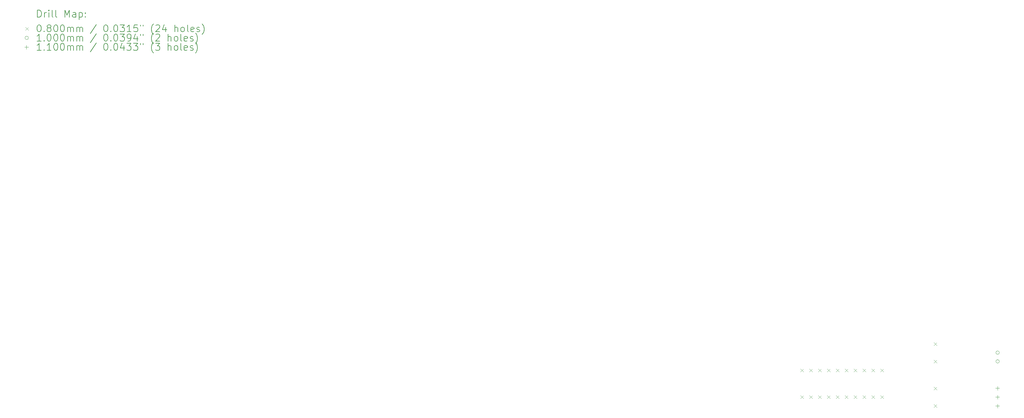
<source format=gbr>
%FSLAX45Y45*%
G04 Gerber Fmt 4.5, Leading zero omitted, Abs format (unit mm)*
G04 Created by KiCad (PCBNEW (6.0.2)) date 2022-03-13 21:20:10*
%MOMM*%
%LPD*%
G01*
G04 APERTURE LIST*
%ADD10C,0.200000*%
%ADD11C,0.080000*%
%ADD12C,0.100000*%
%ADD13C,0.110000*%
G04 APERTURE END LIST*
D10*
D11*
X22058000Y-10374000D02*
X22138000Y-10454000D01*
X22138000Y-10374000D02*
X22058000Y-10454000D01*
X22058000Y-11136000D02*
X22138000Y-11216000D01*
X22138000Y-11136000D02*
X22058000Y-11216000D01*
X22312000Y-10374000D02*
X22392000Y-10454000D01*
X22392000Y-10374000D02*
X22312000Y-10454000D01*
X22312000Y-11136000D02*
X22392000Y-11216000D01*
X22392000Y-11136000D02*
X22312000Y-11216000D01*
X22566000Y-10374000D02*
X22646000Y-10454000D01*
X22646000Y-10374000D02*
X22566000Y-10454000D01*
X22566000Y-11136000D02*
X22646000Y-11216000D01*
X22646000Y-11136000D02*
X22566000Y-11216000D01*
X22820000Y-10374000D02*
X22900000Y-10454000D01*
X22900000Y-10374000D02*
X22820000Y-10454000D01*
X22820000Y-11136000D02*
X22900000Y-11216000D01*
X22900000Y-11136000D02*
X22820000Y-11216000D01*
X23074000Y-10374000D02*
X23154000Y-10454000D01*
X23154000Y-10374000D02*
X23074000Y-10454000D01*
X23074000Y-11136000D02*
X23154000Y-11216000D01*
X23154000Y-11136000D02*
X23074000Y-11216000D01*
X23328000Y-10374000D02*
X23408000Y-10454000D01*
X23408000Y-10374000D02*
X23328000Y-10454000D01*
X23328000Y-11136000D02*
X23408000Y-11216000D01*
X23408000Y-11136000D02*
X23328000Y-11216000D01*
X23582000Y-10374000D02*
X23662000Y-10454000D01*
X23662000Y-10374000D02*
X23582000Y-10454000D01*
X23582000Y-11136000D02*
X23662000Y-11216000D01*
X23662000Y-11136000D02*
X23582000Y-11216000D01*
X23836000Y-10374000D02*
X23916000Y-10454000D01*
X23916000Y-10374000D02*
X23836000Y-10454000D01*
X23836000Y-11136000D02*
X23916000Y-11216000D01*
X23916000Y-11136000D02*
X23836000Y-11216000D01*
X24090000Y-10374000D02*
X24170000Y-10454000D01*
X24170000Y-10374000D02*
X24090000Y-10454000D01*
X24090000Y-11136000D02*
X24170000Y-11216000D01*
X24170000Y-11136000D02*
X24090000Y-11216000D01*
X24344000Y-10374000D02*
X24424000Y-10454000D01*
X24424000Y-10374000D02*
X24344000Y-10454000D01*
X24344000Y-11136000D02*
X24424000Y-11216000D01*
X24424000Y-11136000D02*
X24344000Y-11216000D01*
X25868000Y-9620000D02*
X25948000Y-9700000D01*
X25948000Y-9620000D02*
X25868000Y-9700000D01*
X25868000Y-10120000D02*
X25948000Y-10200000D01*
X25948000Y-10120000D02*
X25868000Y-10200000D01*
X25868000Y-10890000D02*
X25948000Y-10970000D01*
X25948000Y-10890000D02*
X25868000Y-10970000D01*
X25868000Y-11390000D02*
X25948000Y-11470000D01*
X25948000Y-11390000D02*
X25868000Y-11470000D01*
D12*
X27736000Y-9906000D02*
G75*
G03*
X27736000Y-9906000I-50000J0D01*
G01*
X27736000Y-10156000D02*
G75*
G03*
X27736000Y-10156000I-50000J0D01*
G01*
D13*
X27686000Y-10867000D02*
X27686000Y-10977000D01*
X27631000Y-10922000D02*
X27741000Y-10922000D01*
X27686000Y-11121000D02*
X27686000Y-11231000D01*
X27631000Y-11176000D02*
X27741000Y-11176000D01*
X27686000Y-11375000D02*
X27686000Y-11485000D01*
X27631000Y-11430000D02*
X27741000Y-11430000D01*
D10*
X257619Y-310476D02*
X257619Y-110476D01*
X305238Y-110476D01*
X333810Y-120000D01*
X352857Y-139048D01*
X362381Y-158095D01*
X371905Y-196190D01*
X371905Y-224762D01*
X362381Y-262857D01*
X352857Y-281905D01*
X333810Y-300952D01*
X305238Y-310476D01*
X257619Y-310476D01*
X457619Y-310476D02*
X457619Y-177143D01*
X457619Y-215238D02*
X467143Y-196190D01*
X476667Y-186667D01*
X495714Y-177143D01*
X514762Y-177143D01*
X581429Y-310476D02*
X581429Y-177143D01*
X581429Y-110476D02*
X571905Y-120000D01*
X581429Y-129524D01*
X590952Y-120000D01*
X581429Y-110476D01*
X581429Y-129524D01*
X705238Y-310476D02*
X686190Y-300952D01*
X676667Y-281905D01*
X676667Y-110476D01*
X810000Y-310476D02*
X790952Y-300952D01*
X781428Y-281905D01*
X781428Y-110476D01*
X1038571Y-310476D02*
X1038571Y-110476D01*
X1105238Y-253333D01*
X1171905Y-110476D01*
X1171905Y-310476D01*
X1352857Y-310476D02*
X1352857Y-205714D01*
X1343333Y-186667D01*
X1324286Y-177143D01*
X1286190Y-177143D01*
X1267143Y-186667D01*
X1352857Y-300952D02*
X1333810Y-310476D01*
X1286190Y-310476D01*
X1267143Y-300952D01*
X1257619Y-281905D01*
X1257619Y-262857D01*
X1267143Y-243809D01*
X1286190Y-234286D01*
X1333810Y-234286D01*
X1352857Y-224762D01*
X1448095Y-177143D02*
X1448095Y-377143D01*
X1448095Y-186667D02*
X1467143Y-177143D01*
X1505238Y-177143D01*
X1524286Y-186667D01*
X1533809Y-196190D01*
X1543333Y-215238D01*
X1543333Y-272381D01*
X1533809Y-291429D01*
X1524286Y-300952D01*
X1505238Y-310476D01*
X1467143Y-310476D01*
X1448095Y-300952D01*
X1629048Y-291429D02*
X1638571Y-300952D01*
X1629048Y-310476D01*
X1619524Y-300952D01*
X1629048Y-291429D01*
X1629048Y-310476D01*
X1629048Y-186667D02*
X1638571Y-196190D01*
X1629048Y-205714D01*
X1619524Y-196190D01*
X1629048Y-186667D01*
X1629048Y-205714D01*
D11*
X-80000Y-600000D02*
X0Y-680000D01*
X0Y-600000D02*
X-80000Y-680000D01*
D10*
X295714Y-530476D02*
X314762Y-530476D01*
X333810Y-540000D01*
X343333Y-549524D01*
X352857Y-568571D01*
X362381Y-606667D01*
X362381Y-654286D01*
X352857Y-692381D01*
X343333Y-711428D01*
X333810Y-720952D01*
X314762Y-730476D01*
X295714Y-730476D01*
X276667Y-720952D01*
X267143Y-711428D01*
X257619Y-692381D01*
X248095Y-654286D01*
X248095Y-606667D01*
X257619Y-568571D01*
X267143Y-549524D01*
X276667Y-540000D01*
X295714Y-530476D01*
X448095Y-711428D02*
X457619Y-720952D01*
X448095Y-730476D01*
X438571Y-720952D01*
X448095Y-711428D01*
X448095Y-730476D01*
X571905Y-616190D02*
X552857Y-606667D01*
X543333Y-597143D01*
X533810Y-578095D01*
X533810Y-568571D01*
X543333Y-549524D01*
X552857Y-540000D01*
X571905Y-530476D01*
X610000Y-530476D01*
X629048Y-540000D01*
X638571Y-549524D01*
X648095Y-568571D01*
X648095Y-578095D01*
X638571Y-597143D01*
X629048Y-606667D01*
X610000Y-616190D01*
X571905Y-616190D01*
X552857Y-625714D01*
X543333Y-635238D01*
X533810Y-654286D01*
X533810Y-692381D01*
X543333Y-711428D01*
X552857Y-720952D01*
X571905Y-730476D01*
X610000Y-730476D01*
X629048Y-720952D01*
X638571Y-711428D01*
X648095Y-692381D01*
X648095Y-654286D01*
X638571Y-635238D01*
X629048Y-625714D01*
X610000Y-616190D01*
X771905Y-530476D02*
X790952Y-530476D01*
X810000Y-540000D01*
X819524Y-549524D01*
X829048Y-568571D01*
X838571Y-606667D01*
X838571Y-654286D01*
X829048Y-692381D01*
X819524Y-711428D01*
X810000Y-720952D01*
X790952Y-730476D01*
X771905Y-730476D01*
X752857Y-720952D01*
X743333Y-711428D01*
X733809Y-692381D01*
X724286Y-654286D01*
X724286Y-606667D01*
X733809Y-568571D01*
X743333Y-549524D01*
X752857Y-540000D01*
X771905Y-530476D01*
X962381Y-530476D02*
X981428Y-530476D01*
X1000476Y-540000D01*
X1010000Y-549524D01*
X1019524Y-568571D01*
X1029048Y-606667D01*
X1029048Y-654286D01*
X1019524Y-692381D01*
X1010000Y-711428D01*
X1000476Y-720952D01*
X981428Y-730476D01*
X962381Y-730476D01*
X943333Y-720952D01*
X933809Y-711428D01*
X924286Y-692381D01*
X914762Y-654286D01*
X914762Y-606667D01*
X924286Y-568571D01*
X933809Y-549524D01*
X943333Y-540000D01*
X962381Y-530476D01*
X1114762Y-730476D02*
X1114762Y-597143D01*
X1114762Y-616190D02*
X1124286Y-606667D01*
X1143333Y-597143D01*
X1171905Y-597143D01*
X1190952Y-606667D01*
X1200476Y-625714D01*
X1200476Y-730476D01*
X1200476Y-625714D02*
X1210000Y-606667D01*
X1229048Y-597143D01*
X1257619Y-597143D01*
X1276667Y-606667D01*
X1286190Y-625714D01*
X1286190Y-730476D01*
X1381429Y-730476D02*
X1381429Y-597143D01*
X1381429Y-616190D02*
X1390952Y-606667D01*
X1410000Y-597143D01*
X1438571Y-597143D01*
X1457619Y-606667D01*
X1467143Y-625714D01*
X1467143Y-730476D01*
X1467143Y-625714D02*
X1476667Y-606667D01*
X1495714Y-597143D01*
X1524286Y-597143D01*
X1543333Y-606667D01*
X1552857Y-625714D01*
X1552857Y-730476D01*
X1943333Y-520952D02*
X1771905Y-778095D01*
X2200476Y-530476D02*
X2219524Y-530476D01*
X2238571Y-540000D01*
X2248095Y-549524D01*
X2257619Y-568571D01*
X2267143Y-606667D01*
X2267143Y-654286D01*
X2257619Y-692381D01*
X2248095Y-711428D01*
X2238571Y-720952D01*
X2219524Y-730476D01*
X2200476Y-730476D01*
X2181429Y-720952D01*
X2171905Y-711428D01*
X2162381Y-692381D01*
X2152857Y-654286D01*
X2152857Y-606667D01*
X2162381Y-568571D01*
X2171905Y-549524D01*
X2181429Y-540000D01*
X2200476Y-530476D01*
X2352857Y-711428D02*
X2362381Y-720952D01*
X2352857Y-730476D01*
X2343333Y-720952D01*
X2352857Y-711428D01*
X2352857Y-730476D01*
X2486190Y-530476D02*
X2505238Y-530476D01*
X2524286Y-540000D01*
X2533810Y-549524D01*
X2543333Y-568571D01*
X2552857Y-606667D01*
X2552857Y-654286D01*
X2543333Y-692381D01*
X2533810Y-711428D01*
X2524286Y-720952D01*
X2505238Y-730476D01*
X2486190Y-730476D01*
X2467143Y-720952D01*
X2457619Y-711428D01*
X2448095Y-692381D01*
X2438571Y-654286D01*
X2438571Y-606667D01*
X2448095Y-568571D01*
X2457619Y-549524D01*
X2467143Y-540000D01*
X2486190Y-530476D01*
X2619524Y-530476D02*
X2743333Y-530476D01*
X2676667Y-606667D01*
X2705238Y-606667D01*
X2724286Y-616190D01*
X2733810Y-625714D01*
X2743333Y-644762D01*
X2743333Y-692381D01*
X2733810Y-711428D01*
X2724286Y-720952D01*
X2705238Y-730476D01*
X2648095Y-730476D01*
X2629048Y-720952D01*
X2619524Y-711428D01*
X2933809Y-730476D02*
X2819524Y-730476D01*
X2876667Y-730476D02*
X2876667Y-530476D01*
X2857619Y-559048D01*
X2838571Y-578095D01*
X2819524Y-587619D01*
X3114762Y-530476D02*
X3019524Y-530476D01*
X3010000Y-625714D01*
X3019524Y-616190D01*
X3038571Y-606667D01*
X3086190Y-606667D01*
X3105238Y-616190D01*
X3114762Y-625714D01*
X3124286Y-644762D01*
X3124286Y-692381D01*
X3114762Y-711428D01*
X3105238Y-720952D01*
X3086190Y-730476D01*
X3038571Y-730476D01*
X3019524Y-720952D01*
X3010000Y-711428D01*
X3200476Y-530476D02*
X3200476Y-568571D01*
X3276667Y-530476D02*
X3276667Y-568571D01*
X3571905Y-806667D02*
X3562381Y-797143D01*
X3543333Y-768571D01*
X3533809Y-749524D01*
X3524286Y-720952D01*
X3514762Y-673333D01*
X3514762Y-635238D01*
X3524286Y-587619D01*
X3533809Y-559048D01*
X3543333Y-540000D01*
X3562381Y-511428D01*
X3571905Y-501905D01*
X3638571Y-549524D02*
X3648095Y-540000D01*
X3667143Y-530476D01*
X3714762Y-530476D01*
X3733809Y-540000D01*
X3743333Y-549524D01*
X3752857Y-568571D01*
X3752857Y-587619D01*
X3743333Y-616190D01*
X3629048Y-730476D01*
X3752857Y-730476D01*
X3924286Y-597143D02*
X3924286Y-730476D01*
X3876667Y-520952D02*
X3829048Y-663810D01*
X3952857Y-663810D01*
X4181428Y-730476D02*
X4181428Y-530476D01*
X4267143Y-730476D02*
X4267143Y-625714D01*
X4257619Y-606667D01*
X4238571Y-597143D01*
X4210000Y-597143D01*
X4190952Y-606667D01*
X4181428Y-616190D01*
X4390952Y-730476D02*
X4371905Y-720952D01*
X4362381Y-711428D01*
X4352857Y-692381D01*
X4352857Y-635238D01*
X4362381Y-616190D01*
X4371905Y-606667D01*
X4390952Y-597143D01*
X4419524Y-597143D01*
X4438571Y-606667D01*
X4448095Y-616190D01*
X4457619Y-635238D01*
X4457619Y-692381D01*
X4448095Y-711428D01*
X4438571Y-720952D01*
X4419524Y-730476D01*
X4390952Y-730476D01*
X4571905Y-730476D02*
X4552857Y-720952D01*
X4543333Y-701905D01*
X4543333Y-530476D01*
X4724286Y-720952D02*
X4705238Y-730476D01*
X4667143Y-730476D01*
X4648095Y-720952D01*
X4638571Y-701905D01*
X4638571Y-625714D01*
X4648095Y-606667D01*
X4667143Y-597143D01*
X4705238Y-597143D01*
X4724286Y-606667D01*
X4733810Y-625714D01*
X4733810Y-644762D01*
X4638571Y-663810D01*
X4810000Y-720952D02*
X4829048Y-730476D01*
X4867143Y-730476D01*
X4886190Y-720952D01*
X4895714Y-701905D01*
X4895714Y-692381D01*
X4886190Y-673333D01*
X4867143Y-663810D01*
X4838571Y-663810D01*
X4819524Y-654286D01*
X4810000Y-635238D01*
X4810000Y-625714D01*
X4819524Y-606667D01*
X4838571Y-597143D01*
X4867143Y-597143D01*
X4886190Y-606667D01*
X4962381Y-806667D02*
X4971905Y-797143D01*
X4990952Y-768571D01*
X5000476Y-749524D01*
X5010000Y-720952D01*
X5019524Y-673333D01*
X5019524Y-635238D01*
X5010000Y-587619D01*
X5000476Y-559048D01*
X4990952Y-540000D01*
X4971905Y-511428D01*
X4962381Y-501905D01*
D12*
X0Y-904000D02*
G75*
G03*
X0Y-904000I-50000J0D01*
G01*
D10*
X362381Y-994476D02*
X248095Y-994476D01*
X305238Y-994476D02*
X305238Y-794476D01*
X286190Y-823048D01*
X267143Y-842095D01*
X248095Y-851619D01*
X448095Y-975428D02*
X457619Y-984952D01*
X448095Y-994476D01*
X438571Y-984952D01*
X448095Y-975428D01*
X448095Y-994476D01*
X581429Y-794476D02*
X600476Y-794476D01*
X619524Y-804000D01*
X629048Y-813524D01*
X638571Y-832571D01*
X648095Y-870667D01*
X648095Y-918286D01*
X638571Y-956381D01*
X629048Y-975428D01*
X619524Y-984952D01*
X600476Y-994476D01*
X581429Y-994476D01*
X562381Y-984952D01*
X552857Y-975428D01*
X543333Y-956381D01*
X533810Y-918286D01*
X533810Y-870667D01*
X543333Y-832571D01*
X552857Y-813524D01*
X562381Y-804000D01*
X581429Y-794476D01*
X771905Y-794476D02*
X790952Y-794476D01*
X810000Y-804000D01*
X819524Y-813524D01*
X829048Y-832571D01*
X838571Y-870667D01*
X838571Y-918286D01*
X829048Y-956381D01*
X819524Y-975428D01*
X810000Y-984952D01*
X790952Y-994476D01*
X771905Y-994476D01*
X752857Y-984952D01*
X743333Y-975428D01*
X733809Y-956381D01*
X724286Y-918286D01*
X724286Y-870667D01*
X733809Y-832571D01*
X743333Y-813524D01*
X752857Y-804000D01*
X771905Y-794476D01*
X962381Y-794476D02*
X981428Y-794476D01*
X1000476Y-804000D01*
X1010000Y-813524D01*
X1019524Y-832571D01*
X1029048Y-870667D01*
X1029048Y-918286D01*
X1019524Y-956381D01*
X1010000Y-975428D01*
X1000476Y-984952D01*
X981428Y-994476D01*
X962381Y-994476D01*
X943333Y-984952D01*
X933809Y-975428D01*
X924286Y-956381D01*
X914762Y-918286D01*
X914762Y-870667D01*
X924286Y-832571D01*
X933809Y-813524D01*
X943333Y-804000D01*
X962381Y-794476D01*
X1114762Y-994476D02*
X1114762Y-861143D01*
X1114762Y-880190D02*
X1124286Y-870667D01*
X1143333Y-861143D01*
X1171905Y-861143D01*
X1190952Y-870667D01*
X1200476Y-889714D01*
X1200476Y-994476D01*
X1200476Y-889714D02*
X1210000Y-870667D01*
X1229048Y-861143D01*
X1257619Y-861143D01*
X1276667Y-870667D01*
X1286190Y-889714D01*
X1286190Y-994476D01*
X1381429Y-994476D02*
X1381429Y-861143D01*
X1381429Y-880190D02*
X1390952Y-870667D01*
X1410000Y-861143D01*
X1438571Y-861143D01*
X1457619Y-870667D01*
X1467143Y-889714D01*
X1467143Y-994476D01*
X1467143Y-889714D02*
X1476667Y-870667D01*
X1495714Y-861143D01*
X1524286Y-861143D01*
X1543333Y-870667D01*
X1552857Y-889714D01*
X1552857Y-994476D01*
X1943333Y-784952D02*
X1771905Y-1042095D01*
X2200476Y-794476D02*
X2219524Y-794476D01*
X2238571Y-804000D01*
X2248095Y-813524D01*
X2257619Y-832571D01*
X2267143Y-870667D01*
X2267143Y-918286D01*
X2257619Y-956381D01*
X2248095Y-975428D01*
X2238571Y-984952D01*
X2219524Y-994476D01*
X2200476Y-994476D01*
X2181429Y-984952D01*
X2171905Y-975428D01*
X2162381Y-956381D01*
X2152857Y-918286D01*
X2152857Y-870667D01*
X2162381Y-832571D01*
X2171905Y-813524D01*
X2181429Y-804000D01*
X2200476Y-794476D01*
X2352857Y-975428D02*
X2362381Y-984952D01*
X2352857Y-994476D01*
X2343333Y-984952D01*
X2352857Y-975428D01*
X2352857Y-994476D01*
X2486190Y-794476D02*
X2505238Y-794476D01*
X2524286Y-804000D01*
X2533810Y-813524D01*
X2543333Y-832571D01*
X2552857Y-870667D01*
X2552857Y-918286D01*
X2543333Y-956381D01*
X2533810Y-975428D01*
X2524286Y-984952D01*
X2505238Y-994476D01*
X2486190Y-994476D01*
X2467143Y-984952D01*
X2457619Y-975428D01*
X2448095Y-956381D01*
X2438571Y-918286D01*
X2438571Y-870667D01*
X2448095Y-832571D01*
X2457619Y-813524D01*
X2467143Y-804000D01*
X2486190Y-794476D01*
X2619524Y-794476D02*
X2743333Y-794476D01*
X2676667Y-870667D01*
X2705238Y-870667D01*
X2724286Y-880190D01*
X2733810Y-889714D01*
X2743333Y-908762D01*
X2743333Y-956381D01*
X2733810Y-975428D01*
X2724286Y-984952D01*
X2705238Y-994476D01*
X2648095Y-994476D01*
X2629048Y-984952D01*
X2619524Y-975428D01*
X2838571Y-994476D02*
X2876667Y-994476D01*
X2895714Y-984952D01*
X2905238Y-975428D01*
X2924286Y-946857D01*
X2933809Y-908762D01*
X2933809Y-832571D01*
X2924286Y-813524D01*
X2914762Y-804000D01*
X2895714Y-794476D01*
X2857619Y-794476D01*
X2838571Y-804000D01*
X2829048Y-813524D01*
X2819524Y-832571D01*
X2819524Y-880190D01*
X2829048Y-899238D01*
X2838571Y-908762D01*
X2857619Y-918286D01*
X2895714Y-918286D01*
X2914762Y-908762D01*
X2924286Y-899238D01*
X2933809Y-880190D01*
X3105238Y-861143D02*
X3105238Y-994476D01*
X3057619Y-784952D02*
X3010000Y-927809D01*
X3133809Y-927809D01*
X3200476Y-794476D02*
X3200476Y-832571D01*
X3276667Y-794476D02*
X3276667Y-832571D01*
X3571905Y-1070667D02*
X3562381Y-1061143D01*
X3543333Y-1032571D01*
X3533809Y-1013524D01*
X3524286Y-984952D01*
X3514762Y-937333D01*
X3514762Y-899238D01*
X3524286Y-851619D01*
X3533809Y-823048D01*
X3543333Y-804000D01*
X3562381Y-775428D01*
X3571905Y-765905D01*
X3638571Y-813524D02*
X3648095Y-804000D01*
X3667143Y-794476D01*
X3714762Y-794476D01*
X3733809Y-804000D01*
X3743333Y-813524D01*
X3752857Y-832571D01*
X3752857Y-851619D01*
X3743333Y-880190D01*
X3629048Y-994476D01*
X3752857Y-994476D01*
X3990952Y-994476D02*
X3990952Y-794476D01*
X4076667Y-994476D02*
X4076667Y-889714D01*
X4067143Y-870667D01*
X4048095Y-861143D01*
X4019524Y-861143D01*
X4000476Y-870667D01*
X3990952Y-880190D01*
X4200476Y-994476D02*
X4181428Y-984952D01*
X4171905Y-975428D01*
X4162381Y-956381D01*
X4162381Y-899238D01*
X4171905Y-880190D01*
X4181428Y-870667D01*
X4200476Y-861143D01*
X4229048Y-861143D01*
X4248095Y-870667D01*
X4257619Y-880190D01*
X4267143Y-899238D01*
X4267143Y-956381D01*
X4257619Y-975428D01*
X4248095Y-984952D01*
X4229048Y-994476D01*
X4200476Y-994476D01*
X4381429Y-994476D02*
X4362381Y-984952D01*
X4352857Y-965905D01*
X4352857Y-794476D01*
X4533810Y-984952D02*
X4514762Y-994476D01*
X4476667Y-994476D01*
X4457619Y-984952D01*
X4448095Y-965905D01*
X4448095Y-889714D01*
X4457619Y-870667D01*
X4476667Y-861143D01*
X4514762Y-861143D01*
X4533810Y-870667D01*
X4543333Y-889714D01*
X4543333Y-908762D01*
X4448095Y-927809D01*
X4619524Y-984952D02*
X4638571Y-994476D01*
X4676667Y-994476D01*
X4695714Y-984952D01*
X4705238Y-965905D01*
X4705238Y-956381D01*
X4695714Y-937333D01*
X4676667Y-927809D01*
X4648095Y-927809D01*
X4629048Y-918286D01*
X4619524Y-899238D01*
X4619524Y-889714D01*
X4629048Y-870667D01*
X4648095Y-861143D01*
X4676667Y-861143D01*
X4695714Y-870667D01*
X4771905Y-1070667D02*
X4781429Y-1061143D01*
X4800476Y-1032571D01*
X4810000Y-1013524D01*
X4819524Y-984952D01*
X4829048Y-937333D01*
X4829048Y-899238D01*
X4819524Y-851619D01*
X4810000Y-823048D01*
X4800476Y-804000D01*
X4781429Y-775428D01*
X4771905Y-765905D01*
D13*
X-55000Y-1113000D02*
X-55000Y-1223000D01*
X-110000Y-1168000D02*
X0Y-1168000D01*
D10*
X362381Y-1258476D02*
X248095Y-1258476D01*
X305238Y-1258476D02*
X305238Y-1058476D01*
X286190Y-1087048D01*
X267143Y-1106095D01*
X248095Y-1115619D01*
X448095Y-1239429D02*
X457619Y-1248952D01*
X448095Y-1258476D01*
X438571Y-1248952D01*
X448095Y-1239429D01*
X448095Y-1258476D01*
X648095Y-1258476D02*
X533810Y-1258476D01*
X590952Y-1258476D02*
X590952Y-1058476D01*
X571905Y-1087048D01*
X552857Y-1106095D01*
X533810Y-1115619D01*
X771905Y-1058476D02*
X790952Y-1058476D01*
X810000Y-1068000D01*
X819524Y-1077524D01*
X829048Y-1096571D01*
X838571Y-1134667D01*
X838571Y-1182286D01*
X829048Y-1220381D01*
X819524Y-1239429D01*
X810000Y-1248952D01*
X790952Y-1258476D01*
X771905Y-1258476D01*
X752857Y-1248952D01*
X743333Y-1239429D01*
X733809Y-1220381D01*
X724286Y-1182286D01*
X724286Y-1134667D01*
X733809Y-1096571D01*
X743333Y-1077524D01*
X752857Y-1068000D01*
X771905Y-1058476D01*
X962381Y-1058476D02*
X981428Y-1058476D01*
X1000476Y-1068000D01*
X1010000Y-1077524D01*
X1019524Y-1096571D01*
X1029048Y-1134667D01*
X1029048Y-1182286D01*
X1019524Y-1220381D01*
X1010000Y-1239429D01*
X1000476Y-1248952D01*
X981428Y-1258476D01*
X962381Y-1258476D01*
X943333Y-1248952D01*
X933809Y-1239429D01*
X924286Y-1220381D01*
X914762Y-1182286D01*
X914762Y-1134667D01*
X924286Y-1096571D01*
X933809Y-1077524D01*
X943333Y-1068000D01*
X962381Y-1058476D01*
X1114762Y-1258476D02*
X1114762Y-1125143D01*
X1114762Y-1144190D02*
X1124286Y-1134667D01*
X1143333Y-1125143D01*
X1171905Y-1125143D01*
X1190952Y-1134667D01*
X1200476Y-1153714D01*
X1200476Y-1258476D01*
X1200476Y-1153714D02*
X1210000Y-1134667D01*
X1229048Y-1125143D01*
X1257619Y-1125143D01*
X1276667Y-1134667D01*
X1286190Y-1153714D01*
X1286190Y-1258476D01*
X1381429Y-1258476D02*
X1381429Y-1125143D01*
X1381429Y-1144190D02*
X1390952Y-1134667D01*
X1410000Y-1125143D01*
X1438571Y-1125143D01*
X1457619Y-1134667D01*
X1467143Y-1153714D01*
X1467143Y-1258476D01*
X1467143Y-1153714D02*
X1476667Y-1134667D01*
X1495714Y-1125143D01*
X1524286Y-1125143D01*
X1543333Y-1134667D01*
X1552857Y-1153714D01*
X1552857Y-1258476D01*
X1943333Y-1048952D02*
X1771905Y-1306095D01*
X2200476Y-1058476D02*
X2219524Y-1058476D01*
X2238571Y-1068000D01*
X2248095Y-1077524D01*
X2257619Y-1096571D01*
X2267143Y-1134667D01*
X2267143Y-1182286D01*
X2257619Y-1220381D01*
X2248095Y-1239429D01*
X2238571Y-1248952D01*
X2219524Y-1258476D01*
X2200476Y-1258476D01*
X2181429Y-1248952D01*
X2171905Y-1239429D01*
X2162381Y-1220381D01*
X2152857Y-1182286D01*
X2152857Y-1134667D01*
X2162381Y-1096571D01*
X2171905Y-1077524D01*
X2181429Y-1068000D01*
X2200476Y-1058476D01*
X2352857Y-1239429D02*
X2362381Y-1248952D01*
X2352857Y-1258476D01*
X2343333Y-1248952D01*
X2352857Y-1239429D01*
X2352857Y-1258476D01*
X2486190Y-1058476D02*
X2505238Y-1058476D01*
X2524286Y-1068000D01*
X2533810Y-1077524D01*
X2543333Y-1096571D01*
X2552857Y-1134667D01*
X2552857Y-1182286D01*
X2543333Y-1220381D01*
X2533810Y-1239429D01*
X2524286Y-1248952D01*
X2505238Y-1258476D01*
X2486190Y-1258476D01*
X2467143Y-1248952D01*
X2457619Y-1239429D01*
X2448095Y-1220381D01*
X2438571Y-1182286D01*
X2438571Y-1134667D01*
X2448095Y-1096571D01*
X2457619Y-1077524D01*
X2467143Y-1068000D01*
X2486190Y-1058476D01*
X2724286Y-1125143D02*
X2724286Y-1258476D01*
X2676667Y-1048952D02*
X2629048Y-1191810D01*
X2752857Y-1191810D01*
X2810000Y-1058476D02*
X2933809Y-1058476D01*
X2867143Y-1134667D01*
X2895714Y-1134667D01*
X2914762Y-1144190D01*
X2924286Y-1153714D01*
X2933809Y-1172762D01*
X2933809Y-1220381D01*
X2924286Y-1239429D01*
X2914762Y-1248952D01*
X2895714Y-1258476D01*
X2838571Y-1258476D01*
X2819524Y-1248952D01*
X2810000Y-1239429D01*
X3000476Y-1058476D02*
X3124286Y-1058476D01*
X3057619Y-1134667D01*
X3086190Y-1134667D01*
X3105238Y-1144190D01*
X3114762Y-1153714D01*
X3124286Y-1172762D01*
X3124286Y-1220381D01*
X3114762Y-1239429D01*
X3105238Y-1248952D01*
X3086190Y-1258476D01*
X3029048Y-1258476D01*
X3010000Y-1248952D01*
X3000476Y-1239429D01*
X3200476Y-1058476D02*
X3200476Y-1096571D01*
X3276667Y-1058476D02*
X3276667Y-1096571D01*
X3571905Y-1334667D02*
X3562381Y-1325143D01*
X3543333Y-1296571D01*
X3533809Y-1277524D01*
X3524286Y-1248952D01*
X3514762Y-1201333D01*
X3514762Y-1163238D01*
X3524286Y-1115619D01*
X3533809Y-1087048D01*
X3543333Y-1068000D01*
X3562381Y-1039428D01*
X3571905Y-1029905D01*
X3629048Y-1058476D02*
X3752857Y-1058476D01*
X3686190Y-1134667D01*
X3714762Y-1134667D01*
X3733809Y-1144190D01*
X3743333Y-1153714D01*
X3752857Y-1172762D01*
X3752857Y-1220381D01*
X3743333Y-1239429D01*
X3733809Y-1248952D01*
X3714762Y-1258476D01*
X3657619Y-1258476D01*
X3638571Y-1248952D01*
X3629048Y-1239429D01*
X3990952Y-1258476D02*
X3990952Y-1058476D01*
X4076667Y-1258476D02*
X4076667Y-1153714D01*
X4067143Y-1134667D01*
X4048095Y-1125143D01*
X4019524Y-1125143D01*
X4000476Y-1134667D01*
X3990952Y-1144190D01*
X4200476Y-1258476D02*
X4181428Y-1248952D01*
X4171905Y-1239429D01*
X4162381Y-1220381D01*
X4162381Y-1163238D01*
X4171905Y-1144190D01*
X4181428Y-1134667D01*
X4200476Y-1125143D01*
X4229048Y-1125143D01*
X4248095Y-1134667D01*
X4257619Y-1144190D01*
X4267143Y-1163238D01*
X4267143Y-1220381D01*
X4257619Y-1239429D01*
X4248095Y-1248952D01*
X4229048Y-1258476D01*
X4200476Y-1258476D01*
X4381429Y-1258476D02*
X4362381Y-1248952D01*
X4352857Y-1229905D01*
X4352857Y-1058476D01*
X4533810Y-1248952D02*
X4514762Y-1258476D01*
X4476667Y-1258476D01*
X4457619Y-1248952D01*
X4448095Y-1229905D01*
X4448095Y-1153714D01*
X4457619Y-1134667D01*
X4476667Y-1125143D01*
X4514762Y-1125143D01*
X4533810Y-1134667D01*
X4543333Y-1153714D01*
X4543333Y-1172762D01*
X4448095Y-1191810D01*
X4619524Y-1248952D02*
X4638571Y-1258476D01*
X4676667Y-1258476D01*
X4695714Y-1248952D01*
X4705238Y-1229905D01*
X4705238Y-1220381D01*
X4695714Y-1201333D01*
X4676667Y-1191810D01*
X4648095Y-1191810D01*
X4629048Y-1182286D01*
X4619524Y-1163238D01*
X4619524Y-1153714D01*
X4629048Y-1134667D01*
X4648095Y-1125143D01*
X4676667Y-1125143D01*
X4695714Y-1134667D01*
X4771905Y-1334667D02*
X4781429Y-1325143D01*
X4800476Y-1296571D01*
X4810000Y-1277524D01*
X4819524Y-1248952D01*
X4829048Y-1201333D01*
X4829048Y-1163238D01*
X4819524Y-1115619D01*
X4810000Y-1087048D01*
X4800476Y-1068000D01*
X4781429Y-1039428D01*
X4771905Y-1029905D01*
M02*

</source>
